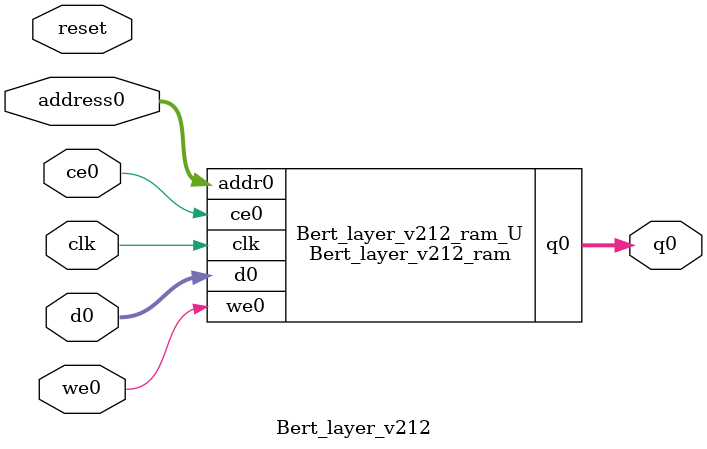
<source format=v>
`timescale 1 ns / 1 ps
module Bert_layer_v212_ram (addr0, ce0, d0, we0, q0,  clk);

parameter DWIDTH = 32;
parameter AWIDTH = 16;
parameter MEM_SIZE = 36864;

input[AWIDTH-1:0] addr0;
input ce0;
input[DWIDTH-1:0] d0;
input we0;
output reg[DWIDTH-1:0] q0;
input clk;

(* ram_style = "block" *)reg [DWIDTH-1:0] ram[0:MEM_SIZE-1];




always @(posedge clk)  
begin 
    if (ce0) begin
        if (we0) 
            ram[addr0] <= d0; 
        q0 <= ram[addr0];
    end
end


endmodule

`timescale 1 ns / 1 ps
module Bert_layer_v212(
    reset,
    clk,
    address0,
    ce0,
    we0,
    d0,
    q0);

parameter DataWidth = 32'd32;
parameter AddressRange = 32'd36864;
parameter AddressWidth = 32'd16;
input reset;
input clk;
input[AddressWidth - 1:0] address0;
input ce0;
input we0;
input[DataWidth - 1:0] d0;
output[DataWidth - 1:0] q0;



Bert_layer_v212_ram Bert_layer_v212_ram_U(
    .clk( clk ),
    .addr0( address0 ),
    .ce0( ce0 ),
    .we0( we0 ),
    .d0( d0 ),
    .q0( q0 ));

endmodule


</source>
